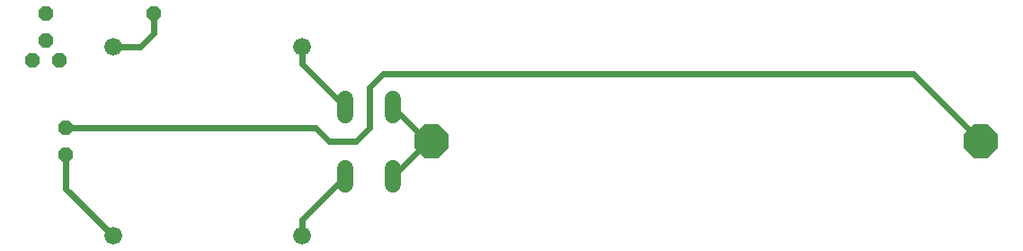
<source format=gbl>
G75*
G70*
%OFA0B0*%
%FSLAX24Y24*%
%IPPOS*%
%LPD*%
%AMOC8*
5,1,8,0,0,1.08239X$1,22.5*
%
%ADD10C,0.0660*%
%ADD11OC8,0.0520*%
%ADD12OC8,0.1240*%
%ADD13C,0.0600*%
%ADD14C,0.0240*%
D10*
X006319Y004509D03*
X013319Y004509D03*
X013319Y011509D03*
X006319Y011509D03*
D11*
X004319Y011009D03*
X003319Y011009D03*
X003819Y011759D03*
X003819Y012759D03*
X007819Y012759D03*
X004569Y008509D03*
X004569Y007509D03*
D12*
X018122Y008009D03*
X038515Y008009D03*
D13*
X016709Y008989D02*
X016709Y009589D01*
X014929Y009589D02*
X014929Y008989D01*
X014929Y007029D02*
X014929Y006429D01*
X016709Y006429D02*
X016709Y007029D01*
D14*
X006319Y004509D02*
X004569Y006259D01*
X004569Y007509D01*
X004569Y008509D02*
X013819Y008509D01*
X014319Y008009D01*
X015319Y008009D01*
X015819Y008509D01*
X015819Y010009D01*
X016319Y010509D01*
X036015Y010509D01*
X038515Y008009D01*
X018122Y008009D02*
X017989Y008009D01*
X017904Y008094D01*
X017904Y007924D01*
X016709Y006729D01*
X014929Y006729D02*
X013319Y005119D01*
X013319Y004509D01*
X017904Y008094D02*
X016709Y009289D01*
X014929Y009289D02*
X013319Y010899D01*
X013319Y011509D01*
X007819Y012009D02*
X007319Y011509D01*
X006319Y011509D01*
X007819Y012009D02*
X007819Y012759D01*
M02*

</source>
